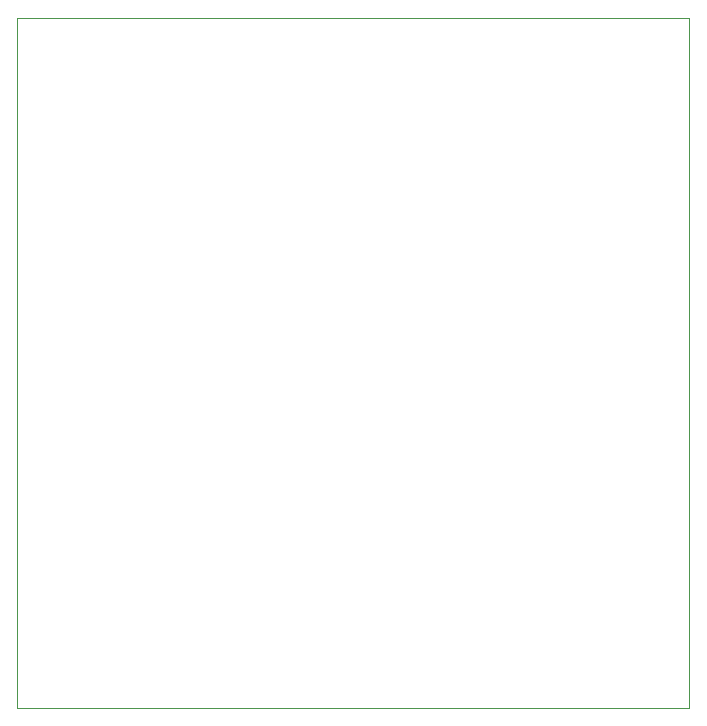
<source format=gbr>
%TF.GenerationSoftware,KiCad,Pcbnew,(6.0.9-0)*%
%TF.CreationDate,2022-11-25T12:00:29+04:00*%
%TF.ProjectId,KiCadPCB2,4b694361-6450-4434-9232-2e6b69636164,rev?*%
%TF.SameCoordinates,Original*%
%TF.FileFunction,Profile,NP*%
%FSLAX46Y46*%
G04 Gerber Fmt 4.6, Leading zero omitted, Abs format (unit mm)*
G04 Created by KiCad (PCBNEW (6.0.9-0)) date 2022-11-25 12:00:29*
%MOMM*%
%LPD*%
G01*
G04 APERTURE LIST*
%TA.AperFunction,Profile*%
%ADD10C,0.100000*%
%TD*%
G04 APERTURE END LIST*
D10*
X118872000Y-61214000D02*
X175768000Y-61214000D01*
X175768000Y-61214000D02*
X175768000Y-119634000D01*
X175768000Y-119634000D02*
X118872000Y-119634000D01*
X118872000Y-119634000D02*
X118872000Y-61214000D01*
M02*

</source>
